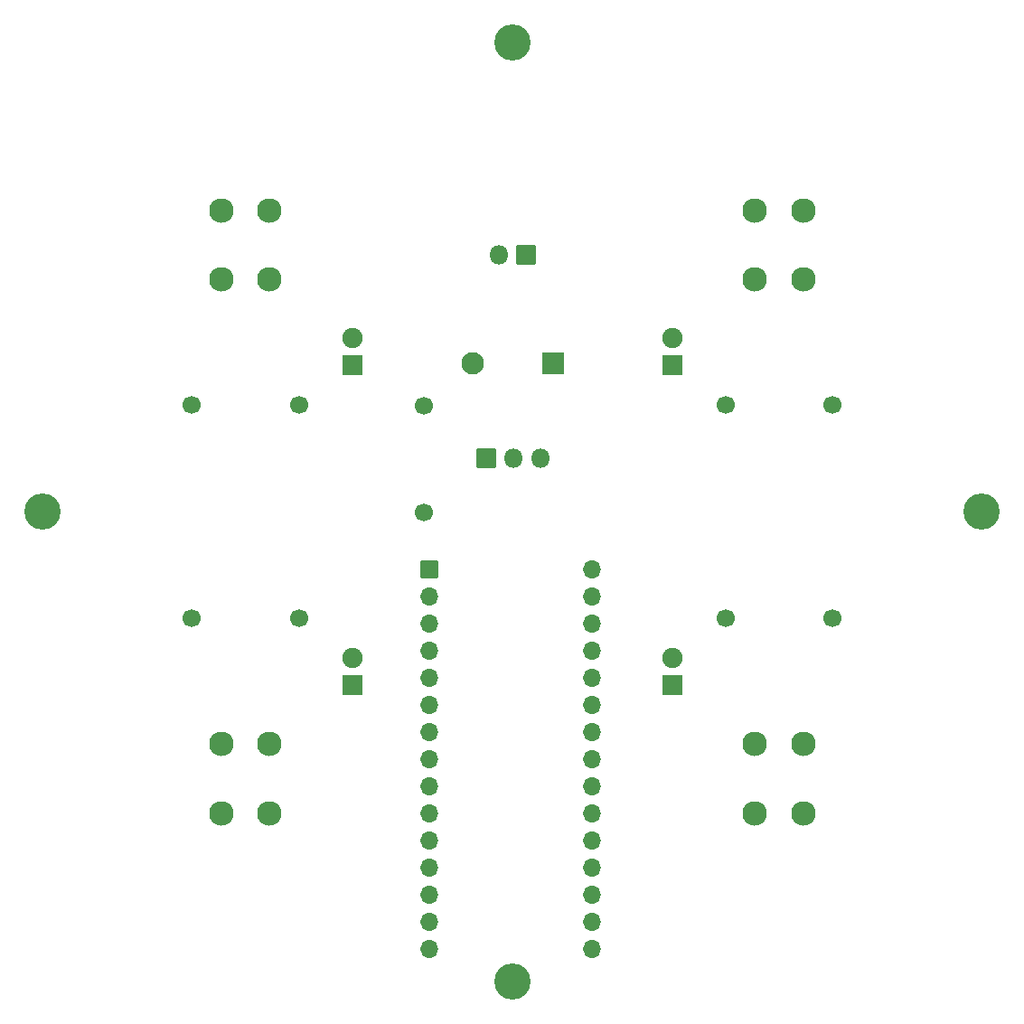
<source format=gbr>
%TF.GenerationSoftware,KiCad,Pcbnew,(5.99.0-8542-g320ca5a0d0)*%
%TF.CreationDate,2021-01-25T09:29:35-05:00*%
%TF.ProjectId,Memory Game,4d656d6f-7279-4204-9761-6d652e6b6963,rev?*%
%TF.SameCoordinates,Original*%
%TF.FileFunction,Soldermask,Top*%
%TF.FilePolarity,Negative*%
%FSLAX46Y46*%
G04 Gerber Fmt 4.6, Leading zero omitted, Abs format (unit mm)*
G04 Created by KiCad (PCBNEW (5.99.0-8542-g320ca5a0d0)) date 2021-01-25 09:29:35*
%MOMM*%
%LPD*%
G01*
G04 APERTURE LIST*
G04 Aperture macros list*
%AMRoundRect*
0 Rectangle with rounded corners*
0 $1 Rounding radius*
0 $2 $3 $4 $5 $6 $7 $8 $9 X,Y pos of 4 corners*
0 Add a 4 corners polygon primitive as box body*
4,1,4,$2,$3,$4,$5,$6,$7,$8,$9,$2,$3,0*
0 Add four circle primitives for the rounded corners*
1,1,$1+$1,$2,$3*
1,1,$1+$1,$4,$5*
1,1,$1+$1,$6,$7*
1,1,$1+$1,$8,$9*
0 Add four rect primitives between the rounded corners*
20,1,$1+$1,$2,$3,$4,$5,0*
20,1,$1+$1,$4,$5,$6,$7,0*
20,1,$1+$1,$6,$7,$8,$9,0*
20,1,$1+$1,$8,$9,$2,$3,0*%
G04 Aperture macros list end*
%ADD10RoundRect,0.050000X0.900000X-0.900000X0.900000X0.900000X-0.900000X0.900000X-0.900000X-0.900000X0*%
%ADD11C,1.900000*%
%ADD12C,2.300000*%
%ADD13RoundRect,0.050000X-0.800000X-0.800000X0.800000X-0.800000X0.800000X0.800000X-0.800000X0.800000X0*%
%ADD14O,1.700000X1.700000*%
%ADD15C,2.100000*%
%ADD16RoundRect,0.050000X-1.000000X-1.000000X1.000000X-1.000000X1.000000X1.000000X-1.000000X1.000000X0*%
%ADD17O,1.800000X1.800000*%
%ADD18RoundRect,0.050000X-0.850000X0.850000X-0.850000X-0.850000X0.850000X-0.850000X0.850000X0.850000X0*%
%ADD19RoundRect,0.050000X0.850000X-0.850000X0.850000X0.850000X-0.850000X0.850000X-0.850000X-0.850000X0*%
%ADD20C,1.700000*%
%ADD21C,3.400000*%
G04 APERTURE END LIST*
D10*
%TO.C,RED*%
X85000000Y-86270000D03*
D11*
X85000000Y-83730000D03*
%TD*%
D10*
%TO.C,BLUE*%
X115000000Y-86270000D03*
D11*
X115000000Y-83730000D03*
%TD*%
D10*
%TO.C,GREEN*%
X115000000Y-116270000D03*
D11*
X115000000Y-113730000D03*
%TD*%
D10*
%TO.C,YELLOW*%
X85000000Y-116270000D03*
D11*
X85000000Y-113730000D03*
%TD*%
D12*
%TO.C,SW1*%
X72750000Y-78250000D03*
X72750000Y-71750000D03*
X77250000Y-71750000D03*
X77250000Y-78250000D03*
%TD*%
%TO.C,SW2*%
X122750000Y-78250000D03*
X122750000Y-71750000D03*
X127250000Y-71750000D03*
X127250000Y-78250000D03*
%TD*%
%TO.C,SW3*%
X122750000Y-121750000D03*
X122750000Y-128250000D03*
X127250000Y-128250000D03*
X127250000Y-121750000D03*
%TD*%
%TO.C,SW4*%
X72750000Y-128250000D03*
X72750000Y-121750000D03*
X77250000Y-128250000D03*
X77250000Y-121750000D03*
%TD*%
D13*
%TO.C,A1*%
X92202000Y-105410000D03*
D14*
X92202000Y-107950000D03*
X92202000Y-110490000D03*
X92202000Y-113030000D03*
X92202000Y-115570000D03*
X92202000Y-118110000D03*
X92202000Y-120650000D03*
X92202000Y-123190000D03*
X92202000Y-125730000D03*
X92202000Y-128270000D03*
X92202000Y-130810000D03*
X92202000Y-133350000D03*
X92202000Y-135890000D03*
X92202000Y-138430000D03*
X92202000Y-140970000D03*
X107442000Y-140970000D03*
X107442000Y-138430000D03*
X107442000Y-135890000D03*
X107442000Y-133350000D03*
X107442000Y-130810000D03*
X107442000Y-128270000D03*
X107442000Y-125730000D03*
X107442000Y-123190000D03*
X107442000Y-120650000D03*
X107442000Y-118110000D03*
X107442000Y-115570000D03*
X107442000Y-113030000D03*
X107442000Y-110490000D03*
X107442000Y-107950000D03*
X107442000Y-105410000D03*
%TD*%
D15*
%TO.C,LS1*%
X96266000Y-86106000D03*
D16*
X103866000Y-86106000D03*
%TD*%
D17*
%TO.C,J1*%
X98730000Y-75946000D03*
D18*
X101270000Y-75946000D03*
%TD*%
D19*
%TO.C,SW5*%
X97536000Y-94996000D03*
D17*
X100076000Y-94996000D03*
X102616000Y-94996000D03*
%TD*%
D20*
%TO.C,R1*%
X91694000Y-100100000D03*
X91694000Y-90100000D03*
%TD*%
D21*
%TO.C, *%
X100000000Y-56000000D03*
%TD*%
%TO.C, *%
X56000000Y-100000000D03*
%TD*%
%TO.C, *%
X100000000Y-144000000D03*
%TD*%
%TO.C, *%
X144000000Y-100000000D03*
%TD*%
D20*
%TO.C,R3*%
X130000000Y-90000000D03*
X120000000Y-90000000D03*
%TD*%
%TO.C,R2*%
X70000000Y-90000000D03*
X80000000Y-90000000D03*
%TD*%
%TO.C,R4*%
X130000000Y-110000000D03*
X120000000Y-110000000D03*
%TD*%
%TO.C,R5*%
X70000000Y-110000000D03*
X80000000Y-110000000D03*
%TD*%
M02*

</source>
